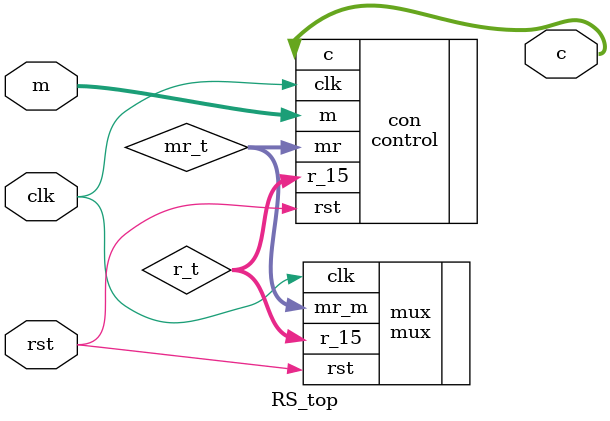
<source format=v>
`timescale 1ns / 1ps

module RS_top(
   input clk,
	input rst,                                    //ÖØÖÃ£¬µÍÓÐÐ§
	input[7:0] m,                                 //ÊäÈëÊý¾Ý
	output [7:0] c                                //Êä³öÂë×Ö
    );
wire[7:0] mr_t;
wire[7:0] r_t;
	 
control  con(.clk(clk),
             .rst(rst),
				 .mr(mr_t),
				 .m(m),
				 .r_15(r_t),
				 .c(c)
				 );
				 
mux      mux(.clk(clk),
             .rst(rst),
				 .mr_m(mr_t),
				 .r_15(r_t)
             );


endmodule

</source>
